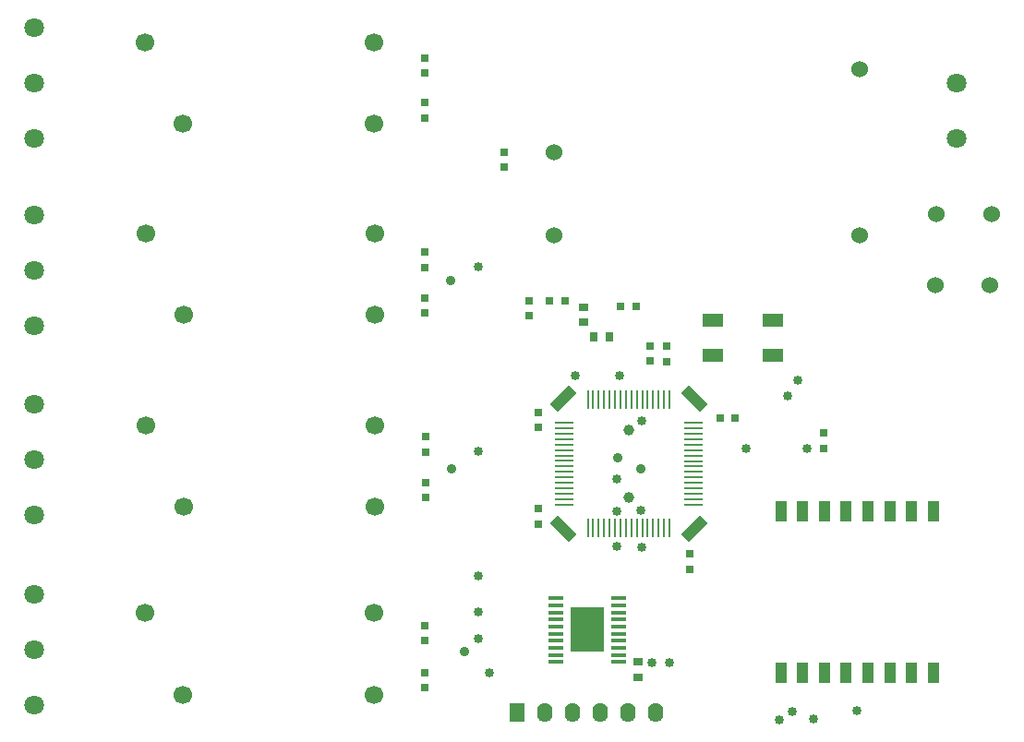
<source format=gts>
G04 Layer_Color=8388736*
%FSLAX25Y25*%
%MOIN*%
G70*
G01*
G75*
%ADD10R,0.03543X0.03150*%
%ADD11R,0.03000X0.03000*%
%ADD12R,0.07480X0.05118*%
%ADD13R,0.03000X0.03000*%
%ADD14R,0.03150X0.03543*%
%ADD15R,0.00866X0.06693*%
%ADD16R,0.06693X0.00866*%
G04:AMPARAMS|DCode=17|XSize=39.37mil|YSize=98.42mil|CornerRadius=0mil|HoleSize=0mil|Usage=FLASHONLY|Rotation=315.000|XOffset=0mil|YOffset=0mil|HoleType=Round|Shape=Rectangle|*
%AMROTATEDRECTD17*
4,1,4,-0.04872,-0.02088,0.02088,0.04872,0.04872,0.02088,-0.02088,-0.04872,-0.04872,-0.02088,0.0*
%
%ADD17ROTATEDRECTD17*%

G04:AMPARAMS|DCode=18|XSize=39.37mil|YSize=98.42mil|CornerRadius=0mil|HoleSize=0mil|Usage=FLASHONLY|Rotation=45.000|XOffset=0mil|YOffset=0mil|HoleType=Round|Shape=Rectangle|*
%AMROTATEDRECTD18*
4,1,4,0.02088,-0.04872,-0.04872,0.02088,-0.02088,0.04872,0.04872,-0.02088,0.02088,-0.04872,0.0*
%
%ADD18ROTATEDRECTD18*%

%ADD19R,0.04134X0.07677*%
%ADD20R,0.12008X0.16260*%
%ADD21R,0.05512X0.01378*%
%ADD25C,0.07087*%
%ADD26C,0.06000*%
%ADD27C,0.06693*%
%ADD28O,0.05500X0.07000*%
%ADD29R,0.05500X0.07000*%
%ADD30C,0.03937*%
%ADD31C,0.03543*%
%ADD32C,0.03347*%
D10*
X245866Y32362D02*
D03*
Y26850D02*
D03*
X226079Y160626D02*
D03*
Y155114D02*
D03*
D11*
X312756Y115112D02*
D03*
Y109612D02*
D03*
X209980Y82254D02*
D03*
Y87754D02*
D03*
X209842Y122612D02*
D03*
Y117112D02*
D03*
X197638Y211030D02*
D03*
Y216529D02*
D03*
X256181Y140911D02*
D03*
Y146411D02*
D03*
X264567Y65833D02*
D03*
Y71333D02*
D03*
X250079Y140990D02*
D03*
Y146490D02*
D03*
X206524Y162965D02*
D03*
Y157465D02*
D03*
X168740Y234423D02*
D03*
Y228923D02*
D03*
Y245065D02*
D03*
Y250565D02*
D03*
X168898Y163839D02*
D03*
Y158339D02*
D03*
Y174868D02*
D03*
Y180368D02*
D03*
X169095Y97179D02*
D03*
Y91679D02*
D03*
Y108215D02*
D03*
Y113715D02*
D03*
X168740Y28557D02*
D03*
Y23057D02*
D03*
Y39986D02*
D03*
Y45486D02*
D03*
D12*
X272716Y155827D02*
D03*
Y143228D02*
D03*
X294370D02*
D03*
Y155827D02*
D03*
D13*
X280939Y120315D02*
D03*
X275439D02*
D03*
X219443Y162799D02*
D03*
X213943D02*
D03*
X245152Y160827D02*
D03*
X239652D02*
D03*
D14*
X235433Y149882D02*
D03*
X229921D02*
D03*
D15*
X253293Y127238D02*
D03*
X251325D02*
D03*
X249356D02*
D03*
X247388D02*
D03*
X245419D02*
D03*
X239514D02*
D03*
X235577D02*
D03*
X233608D02*
D03*
X231640D02*
D03*
X229671D02*
D03*
X227703D02*
D03*
Y80770D02*
D03*
X229671D02*
D03*
X231640D02*
D03*
X233608D02*
D03*
X235577D02*
D03*
X237545D02*
D03*
X239514D02*
D03*
X241482D02*
D03*
X243451D02*
D03*
X245419D02*
D03*
X247388D02*
D03*
X249356D02*
D03*
X251325D02*
D03*
X253293D02*
D03*
X255262D02*
D03*
X257230Y80770D02*
D03*
X241482Y127238D02*
D03*
X237545D02*
D03*
X243451D02*
D03*
X255262D02*
D03*
X257230D02*
D03*
D16*
X219246Y118781D02*
D03*
Y116813D02*
D03*
Y114844D02*
D03*
Y112876D02*
D03*
Y110907D02*
D03*
Y108939D02*
D03*
Y106970D02*
D03*
Y105002D02*
D03*
Y103033D02*
D03*
Y101065D02*
D03*
Y99096D02*
D03*
Y97128D02*
D03*
Y91222D02*
D03*
Y89254D02*
D03*
X265715Y93163D02*
D03*
Y95132D02*
D03*
Y97100D02*
D03*
Y99069D02*
D03*
Y101037D02*
D03*
Y103006D02*
D03*
Y104974D02*
D03*
Y106943D02*
D03*
Y108911D02*
D03*
Y112848D02*
D03*
Y114817D02*
D03*
Y116785D02*
D03*
Y118754D02*
D03*
Y91195D02*
D03*
X219246Y95159D02*
D03*
Y93191D02*
D03*
X265715Y110880D02*
D03*
Y89226D02*
D03*
D17*
X266102Y80382D02*
D03*
X218858Y127626D02*
D03*
D18*
X266102D02*
D03*
X218858Y80382D02*
D03*
D19*
X297378Y86685D02*
D03*
X305252D02*
D03*
X313126D02*
D03*
X321000D02*
D03*
X328874D02*
D03*
X336748D02*
D03*
X344622D02*
D03*
X352496D02*
D03*
Y28417D02*
D03*
X344622D02*
D03*
X336748D02*
D03*
X328874D02*
D03*
X321000D02*
D03*
X313126D02*
D03*
X305252D02*
D03*
X297378D02*
D03*
D20*
X227480Y44252D02*
D03*
D21*
X238740Y32323D02*
D03*
Y34882D02*
D03*
Y37441D02*
D03*
Y40000D02*
D03*
Y42559D02*
D03*
Y45118D02*
D03*
Y47677D02*
D03*
Y50236D02*
D03*
Y52795D02*
D03*
Y55354D02*
D03*
X216299Y32323D02*
D03*
Y34882D02*
D03*
Y37441D02*
D03*
Y40000D02*
D03*
Y42559D02*
D03*
Y45118D02*
D03*
Y47677D02*
D03*
Y50236D02*
D03*
Y52795D02*
D03*
Y55354D02*
D03*
D25*
X360827Y221378D02*
D03*
Y241378D02*
D03*
X27913Y16850D02*
D03*
Y36850D02*
D03*
Y56850D02*
D03*
Y85472D02*
D03*
Y105472D02*
D03*
Y125472D02*
D03*
X27874Y153898D02*
D03*
Y173898D02*
D03*
Y193898D02*
D03*
X27913Y221575D02*
D03*
Y241575D02*
D03*
Y261575D02*
D03*
D26*
X325709Y186378D02*
D03*
Y246378D02*
D03*
X215472Y216378D02*
D03*
Y186378D02*
D03*
X353071Y168386D02*
D03*
X372756D02*
D03*
X353543Y194173D02*
D03*
X373543D02*
D03*
D27*
X67874Y50039D02*
D03*
X150551D02*
D03*
X81653Y20512D02*
D03*
X150551D02*
D03*
X68228Y117874D02*
D03*
X150906D02*
D03*
X82008Y88346D02*
D03*
X150906D02*
D03*
X68032Y187284D02*
D03*
X150709D02*
D03*
X81811Y157756D02*
D03*
X150709D02*
D03*
X67874Y256299D02*
D03*
X150551D02*
D03*
X81653Y226772D02*
D03*
X150551D02*
D03*
D28*
X252047Y14213D02*
D03*
X232047D02*
D03*
X212047D02*
D03*
X242047D02*
D03*
X222047D02*
D03*
D29*
X202047D02*
D03*
D30*
X242480Y91799D02*
D03*
Y116209D02*
D03*
D31*
X238386Y106181D02*
D03*
X178347Y170138D02*
D03*
X178543Y102303D02*
D03*
X183346Y35984D02*
D03*
X246980Y102004D02*
D03*
D32*
X309055Y11693D02*
D03*
X296811Y11535D02*
D03*
X301654Y14488D02*
D03*
X324882Y14921D02*
D03*
X188228Y175118D02*
D03*
X188110Y108386D02*
D03*
Y63504D02*
D03*
Y50591D02*
D03*
Y40866D02*
D03*
X246980Y87020D02*
D03*
X247087Y119331D02*
D03*
X238268Y74213D02*
D03*
Y86968D02*
D03*
Y98386D02*
D03*
X284921Y109409D02*
D03*
X306811Y109449D02*
D03*
X247126Y73858D02*
D03*
X257323Y32283D02*
D03*
X250866Y32244D02*
D03*
X192205Y28583D02*
D03*
X223228Y135827D02*
D03*
X239252Y135866D02*
D03*
X303465Y134291D02*
D03*
X299803Y128465D02*
D03*
M02*

</source>
